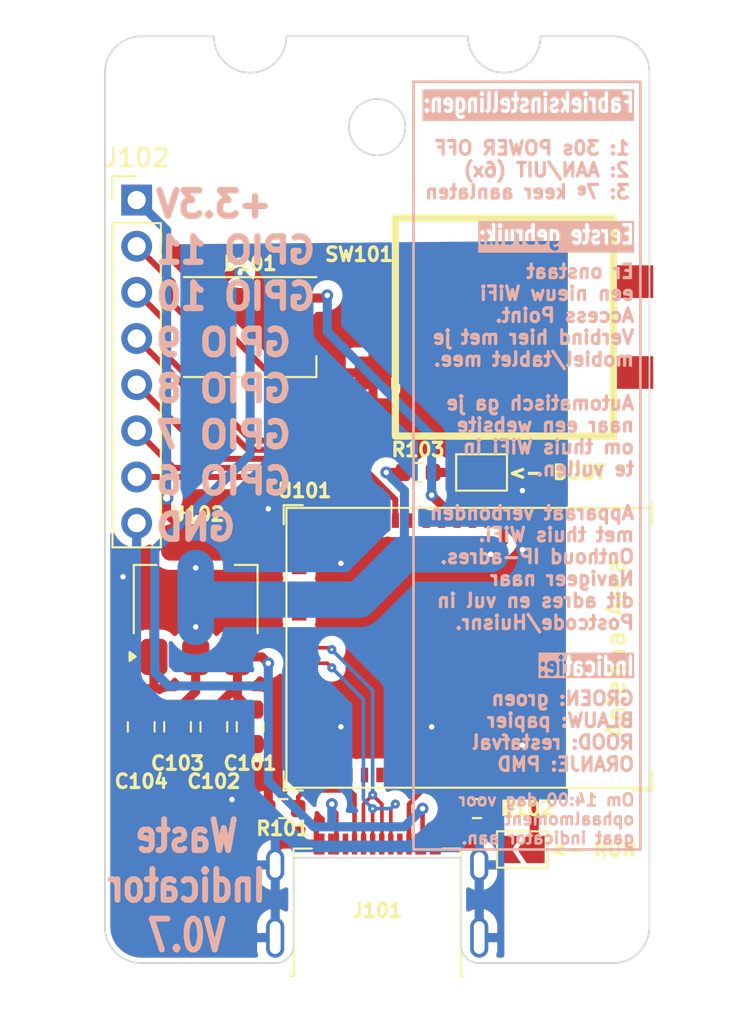
<source format=kicad_pcb>
(kicad_pcb (version 20240108) (generator "pcbnew") (generator_version "8.0")
  (title_block (company "Noldus Information Technology bv"))
  (layers (0 "F.Cu" signal) (31 "B.Cu" signal) (34 "B.Paste" user) (35 "F.Paste" user) (36 "B.SilkS" user "B.Silkscreen") (37 "F.SilkS" user "F.Silkscreen") (38 "B.Mask" user) (39 "F.Mask" user) (44 "Edge.Cuts" user))
  (net 0 "")
  (net 1 "GND")
  (net 2 "D_{IN}")
  (net 4 "+5V")
  (net 5 "D-")
  (net 7 "D+")
  (net 8 "Net-(J101-CC2)")
  (net 10 "Net-(J101-CC1)")
  (net 11 "Net-(J102-Pin_6)")
  (net 15 "Net-(JP102-A)")
  (net 17 "Net-(J102-Pin_2)")
  (net 18 "Net-(J102-Pin_4)")
  (net 20 "Net-(J102-Pin_5)")
  (net 23 "Net-(J102-Pin_3)")
  (net 45 "+3.3V")
  (net 46 "BTN")
  (net 47 "Net-(JP101-A)")
  (net 49 "Net-(J102-Pin_7)")
  (footprint "Capacitor_SMD:C_0805_2012Metric" (layer "F.Cu") (at 102 87 -90)
    (property "Reference" "C104" (at 3 0 0) (layer "F.SilkS") (effects (font (size 0.75 0.75) (thickness 0.18))))
    (property "Value" "1uF")
    (fp_line (start -0.261252 0.735) (end 0.261252 0.735) (stroke (width 0.12)) (layer "F.SilkS"))
    (fp_line (start -0.261252 -0.735) (end 0.261252 -0.735) (stroke (width 0.12)) (layer "F.SilkS"))
    (pad "1" smd roundrect (at -0.95 0 270) (size 1 1.45) (layers "F.Cu" "F.Paste" "F.Mask") (net 45 "+3.3V"))
    (pad "2" smd roundrect (at 0.95 0 270) (size 1 1.45) (layers "F.Cu" "F.Paste" "F.Mask") (net 1 "GND"))
  )
  (footprint "Jumper:SolderJumper-2_P1.3mm_Open_TrianglePad1.0x1.5mm" (layer "F.Cu") (at 120.75 73 180)
    (property "Reference" "JP101" (hide yes))
    (property "Value" "SolderJumper_2_Open")
    (fp_line (start 1.4 1) (end -1.4 1) (stroke (width 0.12)) (layer "F.SilkS"))
    (fp_line (start 1.4 -1) (end 1.4 1) (stroke (width 0.12)) (layer "F.SilkS"))
    (fp_line (start -1.4 1) (end -1.4 -1) (stroke (width 0.12)) (layer "F.SilkS"))
    (fp_line (start -1.4 -1) (end 1.4 -1) (stroke (width 0.12)) (layer "F.SilkS"))
    (pad "1" smd custom (at -0.725 0 180) (size 0.3 0.3) (layers "F.Cu" "F.Mask") (net 47 "Net-(JP101-A)") (options (clearance outline) (anchor rect)) (primitives (gr_poly (pts (xy 1 0) (xy 0.5 0.75) (xy -0.5 0.75) (xy -0.5 -0.75) (xy 0.5 -0.75)) (width 0) (fill yes))))
    (pad "2" smd custom (at 0.725 0 180) (size 0.3 0.3) (layers "F.Cu" "F.Mask") (net 46 "BTN") (options (clearance outline) (anchor rect)) (primitives (gr_poly (pts (xy 0.5 0.75) (xy -0.65 0.75) (xy -0.15 0) (xy -0.65 -0.75) (xy 0.5 -0.75)) (width 0) (fill yes))))
  )
  (footprint "_projectlib:ESP32-S2-MINI-1" (layer "F.Cu") (at 117.7 82.65 -90)
    (property "Reference" "U101" (at -8.65 6.7 0) (layer "F.SilkS") (effects (font (size 0.75 0.75) (thickness 0.18))))
    (property "Value" "ESP32-S2-MINI-1")
    (fp_line (start -7.85 7.85) (end -7.85 6.8) (stroke (width 0.12)) (layer "F.SilkS"))
    (fp_line (start -6.8 7.85) (end -7.85 7.85) (stroke (width 0.12)) (layer "F.SilkS"))
    (fp_line (start 6.8 7.85) (end 7.85 7.85) (stroke (width 0.12)) (layer "F.SilkS"))
    (fp_line (start 7.85 7.85) (end 7.85 6.8) (stroke (width 0.12)) (layer "F.SilkS"))
    (fp_line (start -7.7 7.7) (end -7.7 -7.7) (stroke (width 0.12)) (layer "F.SilkS"))
    (fp_line (start 7.7 7.7) (end -7.7 7.7) (stroke (width 0.12)) (layer "F.SilkS"))
    (fp_line (start 7.7 -7.7) (end 7.7 7.7) (stroke (width 0.12)) (layer "F.SilkS"))
    (fp_line (start -7.7 -12.3) (end -7.7 -7.7) (stroke (width 0.12)) (layer "F.SilkS"))
    (fp_line (start -7.7 -12.3) (end 7.7 -12.3) (stroke (width 0.12)) (layer "F.SilkS"))
    (fp_line (start 7.7 -12.3) (end 7.7 -7.7) (stroke (width 0.12)) (layer "F.SilkS"))
    (fp_line (start -6.8 -12.45) (end -8 -12.45) (stroke (width 0.12)) (layer "F.SilkS"))
    (fp_line (start 6.8 -12.45) (end 7.85 -12.45) (stroke (width 0.12)) (layer "F.SilkS"))
    (fp_line (start 7.85 -12.45) (end 7.85 -11.4) (stroke (width 0.12)) (layer "F.SilkS"))
    (fp_text user "Antenna Area" (at 0 -10.45 90) (layer "F.SilkS"))
    (pad "1" smd rect (at -7 -5.95) (size 0.4 0.8) (layers "F.Cu" "F.Paste" "F.Mask") (net 1 "GND"))
    (pad "2" smd rect (at -7 -5.1) (size 0.4 0.8) (layers "F.Cu" "F.Paste" "F.Mask") (net 1 "GND"))
    (pad "3" smd rect (at -7 -4.25) (size 0.4 0.8) (layers "F.Cu" "F.Paste" "F.Mask") (net 45 "+3.3V"))
    (pad "4" smd rect (at -7 -3.4) (size 0.4 0.8) (layers "F.Cu" "F.Paste" "F.Mask") (net 47 "Net-(JP101-A)"))
    (pad "5" smd rect (at -7 -2.55) (size 0.4 0.8) (layers "F.Cu" "F.Paste" "F.Mask") (net 46 "BTN"))
    (pad "6" smd rect (at -7 -1.7) (size 0.4 0.8) (layers "F.Cu" "F.Paste" "F.Mask"))
    (pad "7" smd rect (at -7 -0.85) (size 0.4 0.8) (layers "F.Cu" "F.Paste" "F.Mask") (net 2 "D_{IN}"))
    (pad "8" smd rect (at -7 0) (size 0.4 0.8) (layers "F.Cu" "F.Paste" "F.Mask"))
    (pad "9" smd rect (at -7 0.85) (size 0.4 0.8) (layers "F.Cu" "F.Paste" "F.Mask"))
    (pad "10" smd rect (at -7 1.7) (size 0.4 0.8) (layers "F.Cu" "F.Paste" "F.Mask") (net 17 "Net-(J102-Pin_2)"))
    (pad "11" smd rect (at -7 2.55) (size 0.4 0.8) (layers "F.Cu" "F.Paste" "F.Mask") (net 23 "Net-(J102-Pin_3)"))
    (pad "12" smd rect (at -7 3.4) (size 0.4 0.8) (layers "F.Cu" "F.Paste" "F.Mask") (net 18 "Net-(J102-Pin_4)"))
    (pad "13" smd rect (at -7 4.25) (size 0.4 0.8) (layers "F.Cu" "F.Paste" "F.Mask") (net 20 "Net-(J102-Pin_5)"))
    (pad "14" smd rect (at -7 5.1) (size 0.4 0.8) (layers "F.Cu" "F.Paste" "F.Mask") (net 11 "Net-(J102-Pin_6)"))
    (pad "15" smd rect (at -7 5.95) (size 0.4 0.8) (layers "F.Cu" "F.Paste" "F.Mask") (net 49 "Net-(J102-Pin_7)"))
    (pad "16" smd rect (at -5.95 7 270) (size 0.4 0.8) (layers "F.Cu" "F.Paste" "F.Mask"))
    (pad "17" smd rect (at -5.1 7 270) (size 0.4 0.8) (layers "F.Cu" "F.Paste" "F.Mask"))
    (pad "18" smd rect (at -4.25 7 270) (size 0.4 0.8) (layers "F.Cu" "F.Paste" "F.Mask"))
    (pad "19" smd rect (at -3.4 7 270) (size 0.4 0.8) (layers "F.Cu" "F.Paste" "F.Mask"))
    (pad "20" smd rect (at -2.55 7 270) (size 0.4 0.8) (layers "F.Cu" "F.Paste" "F.Mask"))
    (pad "21" smd rect (at -1.7 7 270) (size 0.4 0.8) (layers "F.Cu" "F.Paste" "F.Mask"))
    (pad "22" smd rect (at -0.85 7 270) (size 0.4 0.8) (layers "F.Cu" "F.Paste" "F.Mask"))
    (pad "23" smd rect (at 0 7 270) (size 0.4 0.8) (layers "F.Cu" "F.Paste" "F.Mask") (net 5 "D-"))
    (pad "24" smd rect (at 0.85 7 270) (size 0.4 0.8) (layers "F.Cu" "F.Paste" "F.Mask") (net 7 "D+"))
    (pad "25" smd rect (at 1.7 7 270) (size 0.4 0.8) (layers "F.Cu" "F.Paste" "F.Mask"))
    (pad "26" smd rect (at 2.55 7 270) (size 0.4 0.8) (layers "F.Cu" "F.Paste" "F.Mask"))
    (pad "27" smd rect (at 3.4 7 270) (size 0.4 0.8) (layers "F.Cu" "F.Paste" "F.Mask"))
    (pad "28" smd rect (at 4.25 7 270) (size 0.4 0.8) (layers "F.Cu" "F.Paste" "F.Mask"))
    (pad "29" smd rect (at 5.1 7 270) (size 0.4 0.8) (layers "F.Cu" "F.Paste" "F.Mask"))
    (pad "30" smd rect (at 5.95 7 270) (size 0.4 0.8) (layers "F.Cu" "F.Paste" "F.Mask") (net 1 "GND"))
    (pad "31" smd rect (at 7 5.95) (size 0.4 0.8) (layers "F.Cu" "F.Paste" "F.Mask"))
    (pad "32" smd rect (at 7 5.1) (size 0.4 0.8) (layers "F.Cu" "F.Paste" "F.Mask"))
    (pad "33" smd rect (at 7 4.25) (size 0.4 0.8) (layers "F.Cu" "F.Paste" "F.Mask"))
    (pad "34" smd rect (at 7 3.4) (size 0.4 0.8) (layers "F.Cu" "F.Paste" "F.Mask"))
    (pad "35" smd rect (at 7 2.55) (size 0.4 0.8) (layers "F.Cu" "F.Paste" "F.Mask"))
    (pad "36" smd rect (at 7 1.7) (size 0.4 0.8) (layers "F.Cu" "F.Paste" "F.Mask"))
    (pad "37" smd rect (at 7 0.85) (size 0.4 0.8) (layers "F.Cu" "F.Paste" "F.Mask"))
    (pad "38" smd rect (at 7 0) (size 0.4 0.8) (layers "F.Cu" "F.Paste" "F.Mask"))
    (pad "39" smd rect (at 7 -0.85) (size 0.4 0.8) (layers "F.Cu" "F.Paste" "F.Mask"))
    (pad "40" smd rect (at 7 -1.7) (size 0.4 0.8) (layers "F.Cu" "F.Paste" "F.Mask"))
    (pad "41" smd rect (at 7 -2.55) (size 0.4 0.8) (layers "F.Cu" "F.Paste" "F.Mask"))
    (pad "42" smd rect (at 7 -3.4) (size 0.4 0.8) (layers "F.Cu" "F.Paste" "F.Mask") (net 1 "GND"))
    (pad "43" smd rect (at 7 -4.25) (size 0.4 0.8) (layers "F.Cu" "F.Paste" "F.Mask") (net 1 "GND"))
    (pad "44" smd rect (at 7 -5.1) (size 0.4 0.8) (layers "F.Cu" "F.Paste" "F.Mask"))
    (pad "45" smd rect (at 7 -5.95) (size 0.4 0.8) (layers "F.Cu" "F.Paste" "F.Mask") (net 15 "Net-(JP102-A)"))
    (pad "46" smd rect (at 5.95 -7 270) (size 0.4 0.8) (layers "F.Cu" "F.Paste" "F.Mask") (net 1 "GND"))
    (pad "47" smd rect (at 5.1 -7 270) (size 0.4 0.8) (layers "F.Cu" "F.Paste" "F.Mask") (net 1 "GND"))
    (pad "48" smd rect (at 4.25 -7 270) (size 0.4 0.8) (layers "F.Cu" "F.Paste" "F.Mask") (net 1 "GND"))
    (pad "49" smd rect (at 3.4 -7 270) (size 0.4 0.8) (layers "F.Cu" "F.Paste" "F.Mask") (net 1 "GND"))
    (pad "50" smd rect (at 2.55 -7 270) (size 0.4 0.8) (layers "F.Cu" "F.Paste" "F.Mask") (net 1 "GND"))
    (pad "51" smd rect (at 1.7 -7 270) (size 0.4 0.8) (layers "F.Cu" "F.Paste" "F.Mask") (net 1 "GND"))
    (pad "52" smd rect (at 0.85 -7 270) (size 0.4 0.8) (layers "F.Cu" "F.Paste" "F.Mask") (net 1 "GND"))
    (pad "53" smd rect (at 0 -7 270) (size 0.4 0.8) (layers "F.Cu" "F.Paste" "F.Mask") (net 1 "GND"))
    (pad "54" smd rect (at -0.85 -7 270) (size 0.4 0.8) (layers "F.Cu" "F.Paste" "F.Mask") (net 1 "GND"))
    (pad "55" smd rect (at -1.7 -7 270) (size 0.4 0.8) (layers "F.Cu" "F.Paste" "F.Mask") (net 1 "GND"))
    (pad "56" smd rect (at -2.55 -7 270) (size 0.4 0.8) (layers "F.Cu" "F.Paste" "F.Mask") (net 1 "GND"))
    (pad "57" smd rect (at -3.4 -7 270) (size 0.4 0.8) (layers "F.Cu" "F.Paste" "F.Mask") (net 1 "GND"))
    (pad "58" smd rect (at -4.25 -7 270) (size 0.4 0.8) (layers "F.Cu" "F.Paste" "F.Mask") (net 1 "GND"))
    (pad "59" smd rect (at -5.1 -7 270) (size 0.4 0.8) (layers "F.Cu" "F.Paste" "F.Mask") (net 1 "GND"))
    (pad "60" smd rect (at -5.95 -7 270) (size 0.4 0.8) (layers "F.Cu" "F.Paste" "F.Mask") (net 1 "GND"))
    (pad "61" smd custom (at -1.65 -1.65 270) (size 0.6 0.6) (layers "F.Cu" "F.Paste" "F.Mask") (net 1 "GND") (options (clearance outline) (anchor rect)) (primitives (gr_poly (pts (xy 0.6 0.6) (xy -0.6 0.6) (xy -0.6 0) (xy 0 -0.6) (xy 0.6 -0.6)) (width 0) (fill yes))))
    (pad "61" smd rect (at -1.65 0 270) (size 1.2 1.2) (layers "F.Cu" "F.Paste" "F.Mask") (net 1 "GND"))
    (pad "61" smd rect (at -1.65 1.65 270) (size 1.2 1.2) (layers "F.Cu" "F.Paste" "F.Mask") (net 1 "GND"))
    (pad "61" smd rect (at 0 -1.65 270) (size 1.2 1.2) (layers "F.Cu" "F.Paste" "F.Mask") (net 1 "GND"))
    (pad "61" smd rect (at 0 0 270) (size 1.2 1.2) (layers "F.Cu" "F.Paste" "F.Mask") (net 1 "GND"))
    (pad "61" smd rect (at 0 1.65 270) (size 1.2 1.2) (layers "F.Cu" "F.Paste" "F.Mask") (net 1 "GND"))
    (pad "61" smd rect (at 1.65 -1.65 270) (size 1.2 1.2) (layers "F.Cu" "F.Paste" "F.Mask") (net 1 "GND"))
    (pad "61" smd rect (at 1.65 0 270) (size 1.2 1.2) (layers "F.Cu" "F.Paste" "F.Mask") (net 1 "GND"))
    (pad "61" smd rect (at 1.65 1.65 270) (size 1.2 1.2) (layers "F.Cu" "F.Paste" "F.Mask") (net 1 "GND"))
    (pad "62" smd rect (at -7 -7 90) (size 0.8 0.8) (layers "F.Cu" "F.Paste" "F.Mask") (net 1 "GND"))
    (pad "63" smd rect (at -7 7 90) (size 0.8 0.8) (layers "F.Cu" "F.Paste" "F.Mask") (net 1 "GND"))
    (pad "64" smd rect (at 7 7 90) (size 0.8 0.8) (layers "F.Cu" "F.Paste" "F.Mask") (net 1 "GND"))
    (pad "65" smd rect (at 7 -7 90) (size 0.8 0.8) (layers "F.Cu" "F.Paste" "F.Mask") (net 1 "GND"))
    (zone (net 0) (net_name "") (layers "*.Cu") (name "antenna keepout") (connect_pads (clearance 0)) (min_thickness 0.254)
      (keepout (tracks not_allowed) (vias not_allowed) (pads not_allowed) (copperpour not_allowed) (footprints not_allowed))
      (fill (thermal_gap 0.508) (thermal_bridge_width 0.508))
      (polygon (pts (xy 125.4 90.35) (xy 125.4 74.95) (xy 130 74.95) (xy 130 90.35)))
    )
  )
  (footprint "Resistor_SMD:R_0603_1608Metric" (layer "F.Cu") (at 117.25 73)
    (property "Reference" "R103" (at 0 -1.25 0) (layer "F.SilkS") (effects (font (size 0.75 0.75) (thickness 0.18))))
    (property "Value" "5K1")
    (fp_line (start -0.237258 -0.5225) (end 0.237258 -0.5225) (stroke (width 0.12)) (layer "F.SilkS"))
    (fp_line (start -0.237258 0.5225) (end 0.237258 0.5225) (stroke (width 0.12)) (layer "F.SilkS"))
    (pad "1" smd roundrect (at -0.825 0) (size 0.8 0.95) (layers "F.Cu" "F.Paste" "F.Mask") (net 45 "+3.3V"))
    (pad "2" smd roundrect (at 0.825 0) (size 0.8 0.95) (layers "F.Cu" "F.Paste" "F.Mask") (net 46 "BTN"))
  )
  (footprint "Jumper:SolderJumper-2_P1.3mm_Open_TrianglePad1.0x1.5mm" (layer "F.Cu") (at 123 93.75 180)
    (property "Reference" "JP102" (hide yes))
    (property "Value" "SolderJumper_2_Open")
    (fp_line (start 1.4 1) (end -1.4 1) (stroke (width 0.12)) (layer "F.SilkS"))
    (fp_line (start 1.4 -1) (end 1.4 1) (stroke (width 0.12)) (layer "F.SilkS"))
    (fp_line (start -1.4 1) (end -1.4 -1) (stroke (width 0.12)) (layer "F.SilkS"))
    (fp_line (start -1.4 -1) (end 1.4 -1) (stroke (width 0.12)) (layer "F.SilkS"))
    (pad "1" smd custom (at -0.725 0 180) (size 0.3 0.3) (layers "F.Cu" "F.Mask") (net 15 "Net-(JP102-A)") (options (clearance outline) (anchor rect)) (primitives (gr_poly (pts (xy 1 0) (xy 0.5 0.75) (xy -0.5 0.75) (xy -0.5 -0.75) (xy 0.5 -0.75)) (width 0) (fill yes))))
    (pad "2" smd custom (at 0.725 0 180) (size 0.3 0.3) (layers "F.Cu" "F.Mask") (net 1 "GND") (options (clearance outline) (anchor rect)) (primitives (gr_poly (pts (xy 0.5 0.75) (xy -0.65 0.75) (xy -0.15 0) (xy -0.65 -0.75) (xy 0.5 -0.75)) (width 0) (fill yes))))
  )
  (footprint "Capacitor_SMD:C_0805_2012Metric" (layer "F.Cu") (at 104 87 -90)
    (property "Reference" "C103" (at 2 0 0) (layer "F.SilkS") (effects (font (size 0.75 0.75) (thickness 0.18))))
    (property "Value" "1uF")
    (fp_line (start -0.261252 0.735) (end 0.261252 0.735) (stroke (width 0.12)) (layer "F.SilkS"))
    (fp_line (start -0.261252 -0.735) (end 0.261252 -0.735) (stroke (width 0.12)) (layer "F.SilkS"))
    (pad "1" smd roundrect (at -0.95 0 270) (size 1 1.45) (layers "F.Cu" "F.Paste" "F.Mask") (net 45 "+3.3V"))
    (pad "2" smd roundrect (at 0.95 0 270) (size 1 1.45) (layers "F.Cu" "F.Paste" "F.Mask") (net 1 "GND"))
  )
  (footprint "LED_SMD:LED_SK6812_PLCC4_5.0x5.0mm_P3.2mm" (layer "F.Cu") (at 108 65)
    (property "Reference" "D101" (at 0 -3.5 0) (layer "F.SilkS") (effects (font (size 0.75 0.75) (thickness 0.18))))
    (property "Value" "SK6812")
    (fp_line (start -3.65 -2.75) (end 3.65 -2.75) (stroke (width 0.12)) (layer "F.SilkS"))
    (fp_line (start -3.65 2.75) (end 3.65 2.75) (stroke (width 0.12)) (layer "F.SilkS"))
    (fp_line (start 3.65 2.75) (end 3.65 1.6) (stroke (width 0.12)) (layer "F.SilkS"))
    (pad "1" smd rect (at 2.45 1.6) (size 1.5 1) (layers "F.Cu" "F.Paste" "F.Mask") (net 1 "GND"))
    (pad "2" smd rect (at 2.45 -1.6) (size 1.5 1) (layers "F.Cu" "F.Paste" "F.Mask") (net 2 "D_{IN}"))
    (pad "3" smd rect (at -2.45 -1.6) (size 1.5 1) (layers "F.Cu" "F.Paste" "F.Mask") (net 4 "+5V"))
    (pad "4" smd rect (at -2.45 1.6) (size 1.5 1) (layers "F.Cu" "F.Paste" "F.Mask"))
  )
  (footprint "Capacitor_SMD:C_0805_2012Metric" (layer "F.Cu") (at 108 87 -90)
    (property "Reference" "C101" (at 2 0 0) (layer "F.SilkS") (effects (font (size 0.75 0.75) (thickness 0.18))))
    (property "Value" "1uF")
    (fp_line (start -0.261252 0.735) (end 0.261252 0.735) (stroke (width 0.12)) (layer "F.SilkS"))
    (fp_line (start -0.261252 -0.735) (end 0.261252 -0.735) (stroke (width 0.12)) (layer "F.SilkS"))
    (pad "1" smd roundrect (at -0.95 0 270) (size 1 1.45) (layers "F.Cu" "F.Paste" "F.Mask") (net 4 "+5V"))
    (pad "2" smd roundrect (at 0.95 0 270) (size 1 1.45) (layers "F.Cu" "F.Paste" "F.Mask") (net 1 "GND"))
  )
  (footprint "_projectlib:USB_C_Receptacle_USB4500-03-0-A" (layer "F.Cu") (at 115 97.6)
    (property "Reference" "J101" (at 0 -0.5 0) (layer "F.SilkS") (effects (font (size 0.75 0.75) (thickness 0.18))))
    (property "Value" "USB4500-03-0-A")
    (fp_line (start -4.6 3.1) (end -4.8 3.1) (stroke (width 0.12)) (layer "F.SilkS"))
    (fp_line (start -4.6 3.1) (end -4.6 -3.9) (stroke (width 0.12)) (layer "F.SilkS"))
    (fp_line (start -3.6 -3.9) (end -4.6 -3.9) (stroke (width 0.12)) (layer "F.SilkS"))
    (fp_line (start 4.6 -3.9) (end 3.6 -3.9) (stroke (width 0.12)) (layer "F.SilkS"))
    (fp_line (start 4.6 3.1) (end 4.6 -3.9) (stroke (width 0.12)) (layer "F.SilkS"))
    (fp_line (start 4.8 3.1) (end 4.6 3.1) (stroke (width 0.12)) (layer "F.SilkS"))
    (pad "A1" smd rect (at -3.35 -4.15) (size 0.3 1.15) (layers "F.Cu" "F.Paste" "F.Mask") (net 1 "GND"))
    (pad "A4" smd rect (at -2.55 -4.15) (size 0.3 1.15) (layers "F.Cu" "F.Paste" "F.Mask") (net 4 "+5V"))
    (pad "A5" smd rect (at -1.25 -4.15) (size 0.3 1.15) (layers "F.Cu" "F.Paste" "F.Mask") (net 10 "Net-(J101-CC1)"))
    (pad "A6" smd rect (at -0.25 -4.15) (size 0.3 1.15) (layers "F.Cu" "F.Paste" "F.Mask") (net 7 "D+"))
    (pad "A7" smd rect (at 0.25 -4.15) (size 0.3 1.15) (layers "F.Cu" "F.Paste" "F.Mask") (net 5 "D-"))
    (pad "A8" smd rect (at 1.25 -4.15) (size 0.3 1.15) (layers "F.Cu" "F.Paste" "F.Mask"))
    (pad "A9" smd rect (at 2.55 -4.15) (size 0.3 1.15) (layers "F.Cu" "F.Paste" "F.Mask") (net 4 "+5V"))
    (pad "A12" smd rect (at 3.35 -4.15) (size 0.3 1.15) (layers "F.Cu" "F.Paste" "F.Mask") (net 1 "GND"))
    (pad "B1" smd rect (at 3.05 -4.15) (size 0.3 1.15) (layers "F.Cu" "F.Paste" "F.Mask") (net 1 "GND"))
    (pad "B4" smd rect (at 2.25 -4.15) (size 0.3 1.15) (layers "F.Cu" "F.Paste" "F.Mask") (net 4 "+5V"))
    (pad "B5" smd rect (at 1.75 -4.15) (size 0.3 1.15) (layers "F.Cu" "F.Paste" "F.Mask") (net 8 "Net-(J101-CC2)"))
    (pad "B6" smd rect (at 0.75 -4.15) (size 0.3 1.15) (layers "F.Cu" "F.Paste" "F.Mask") (net 7 "D+"))
    (pad "B7" smd rect (at -0.75 -4.15) (size 0.3 1.15) (layers "F.Cu" "F.Paste" "F.Mask") (net 5 "D-"))
    (pad "B8" smd rect (at -1.75 -4.15) (size 0.3 1.15) (layers "F.Cu" "F.Paste" "F.Mask"))
    (pad "B9" smd rect (at -2.25 -4.15) (size 0.3 1.15) (layers "F.Cu" "F.Paste" "F.Mask") (net 4 "+5V"))
    (pad "B12" smd rect (at -3.05 -4.15) (size 0.3 1.15) (layers "F.Cu" "F.Paste" "F.Mask") (net 1 "GND"))
    (pad "S1" thru_hole oval (at -5.62 -3) (size 1 1.8) (drill oval 0.6 1.4) (layers "*.Cu" "*.Mask") (net 1 "GND"))
    (pad "S1" thru_hole oval (at -5.62 1) (size 1 2.2) (drill oval 0.6 1.8) (layers "*.Cu" "*.Mask") (net 1 "GND"))
    (pad "S1" thru_hole oval (at 5.62 -3) (size 1 1.8) (drill oval 0.6 1.4) (layers "*.Cu" "*.Mask") (net 1 "GND"))
    (pad "S1" thru_hole oval (at 5.62 1) (size 1 2.2) (drill oval 0.6 1.8) (layers "*.Cu" "*.Mask") (net 1 "GND"))
  )
  (footprint "Resistor_SMD:R_0603_1608Metric" (layer "F.Cu") (at 109.825 91.5 180)
    (property "Reference" "R101" (at 0.025 -1.1 0) (layer "F.SilkS") (effects (font (size 0.75 0.75) (thickness 0.18))))
    (property "Value" "5K1")
    (fp_line (start -0.237258 0.5225) (end 0.237258 0.5225) (stroke (width 0.12)) (layer "F.SilkS"))
    (fp_line (start -0.237258 -0.5225) (end 0.237258 -0.5225) (stroke (width 0.12)) (layer "F.SilkS"))
    (pad "1" smd roundrect (at -0.825 0 180) (size 0.8 0.95) (layers "F.Cu" "F.Paste" "F.Mask") (net 10 "Net-(J101-CC1)"))
    (pad "2" smd roundrect (at 0.825 0 180) (size 0.8 0.95) (layers "F.Cu" "F.Paste" "F.Mask") (net 1 "GND"))
  )
  (footprint "Capacitor_SMD:C_0805_2012Metric" (layer "F.Cu") (at 106 87 -90)
    (property "Reference" "C102" (at 3 0 0) (layer "F.SilkS") (effects (font (size 0.75 0.75) (thickness 0.18))))
    (property "Value" "1uF")
    (fp_line (start -0.261252 0.735) (end 0.261252 0.735) (stroke (width 0.12)) (layer "F.SilkS"))
    (fp_line (start -0.261252 -0.735) (end 0.261252 -0.735) (stroke (width 0.12)) (layer "F.SilkS"))
    (pad "1" smd roundrect (at -0.95 0 270) (size 1 1.45) (layers "F.Cu" "F.Paste" "F.Mask") (net 4 "+5V"))
    (pad "2" smd roundrect (at 0.95 0 270) (size 1 1.45) (layers "F.Cu" "F.Paste" "F.Mask") (net 1 "GND"))
  )
  (footprint "Resistor_SMD:R_0603_1608Metric" (layer "F.Cu") (at 120.5 91.5)
    (property "Reference" "R102" (at 2.75 0 0) (layer "F.SilkS") (effects (font (size 0.75 0.75) (thickness 0.18))))
    (property "Value" "5K1")
    (fp_line (start -0.237258 -0.5225) (end 0.237258 -0.5225) (stroke (width 0.12)) (layer "F.SilkS"))
    (fp_line (start -0.237258 0.5225) (end 0.237258 0.5225) (stroke (width 0.12)) (layer "F.SilkS"))
    (pad "1" smd roundrect (at -0.825 0) (size 0.8 0.95) (layers "F.Cu" "F.Paste" "F.Mask") (net 8 "Net-(J101-CC2)"))
    (pad "2" smd roundrect (at 0.825 0) (size 0.8 0.95) (layers "F.Cu" "F.Paste" "F.Mask") (net 1 "GND"))
  )
  (footprint "_projectlib:btn_momentary_430172085816" (layer "F.Cu") (at 122 65 180)
    (property "Reference" "SW101" (at 8 4 0) (layer "F.SilkS") (effects (font (size 0.75 0.75) (thickness 0.18))))
    (property "Value" "430172085816")
    (fp_rect (start -6 -6) (end 6 6) (stroke (width 0.4)) (fill none) (layer "F.SilkS"))
    (pad "1" smd rect (at -7.21 -2.5 180) (size 2 1.8) (layers "F.Cu" "F.Paste" "F.Mask"))
    (pad "2" smd rect (at 7.23 -2.52 180) (size 2 1.8) (layers "F.Cu" "F.Paste" "F.Mask") (net 1 "GND"))
    (pad "3" smd rect (at -7.21 2.5 180) (size 2 1.8) (layers "F.Cu" "F.Paste" "F.Mask"))
    (pad "4" smd rect (at 7.23 2.48 180) (size 2 1.8) (layers "F.Cu" "F.Paste" "F.Mask") (net 46 "BTN"))
  )
  (footprint "Connector_PinHeader_2.54mm:PinHeader_1x08_P2.54mm_Vertical" (layer "F.Cu") (at 101.75 58.01)
    (property "Reference" "J102" (at 0 -2.33 0) (layer "F.SilkS"))
    (property "Value" "Conn_01x08_Socket")
    (fp_line (start -1.33 -1.33) (end 0 -1.33) (stroke (width 0.12)) (layer "F.SilkS"))
    (fp_line (start -1.33 0) (end -1.33 -1.33) (stroke (width 0.12)) (layer "F.SilkS"))
    (fp_line (start -1.33 1.27) (end -1.33 19.11) (stroke (width 0.12)) (layer "F.SilkS"))
    (fp_line (start -1.33 1.27) (end 1.33 1.27) (stroke (width 0.12)) (layer "F.SilkS"))
    (fp_line (start -1.33 19.11) (end 1.33 19.11) (stroke (width 0.12)) (layer "F.SilkS"))
    (fp_line (start 1.33 1.27) (end 1.33 19.11) (stroke (width 0.12)) (layer "F.SilkS"))
    (pad "1" thru_hole rect (at 0 0) (size 1.7 1.7) (drill 1) (layers "*.Cu" "*.Mask") (net 45 "+3.3V"))
    (pad "2" thru_hole oval (at 0 2.54) (size 1.7 1.7) (drill 1) (layers "*.Cu" "*.Mask") (net 17 "Net-(J102-Pin_2)"))
    (pad "3" thru_hole oval (at 0 5.08) (size 1.7 1.7) (drill 1) (layers "*.Cu" "*.Mask") (net 23 "Net-(J102-Pin_3)"))
    (pad "4" thru_hole oval (at 0 7.62) (size 1.7 1.7) (drill 1) (layers "*.Cu" "*.Mask") (net 18 "Net-(J102-Pin_4)"))
    (pad "5" thru_hole oval (at 0 10.16) (size 1.7 1.7) (drill 1) (layers "*.Cu" "*.Mask") (net 20 "Net-(J102-Pin_5)"))
    (pad "6" thru_hole oval (at 0 12.7) (size 1.7 1.7) (drill 1) (layers "*.Cu" "*.Mask") (net 11 "Net-(J102-Pin_6)"))
    (pad "7" thru_hole oval (at 0 15.24) (size 1.7 1.7) (drill 1) (layers "*.Cu" "*.Mask") (net 49 "Net-(J102-Pin_7)"))
    (pad "8" thru_hole oval (at 0 17.78) (size 1.7 1.7) (drill 1) (layers "*.Cu" "*.Mask") (net 1 "GND"))
  )
  (footprint "Package_TO_SOT_SMD:SOT-223-3_TabPin2" (layer "F.Cu") (at 105 80 90)
    (property "Reference" "U102" (at 4.7 0.1 0) (layer "F.SilkS") (effects (font (size 0.75 0.75) (thickness 0.18))))
    (property "Value" "AMS1117-3.3")
    (fp_line (start 1.91 -3.41) (end 1.91 -2.15) (stroke (width 0.12)) (layer "F.SilkS"))
    (fp_line (start -1.85 -3.41) (end 1.91 -3.41) (stroke (width 0.12)) (layer "F.SilkS"))
    (fp_line (start 1.91 3.41) (end 1.91 2.15) (stroke (width 0.12)) (layer "F.SilkS"))
    (fp_line (start -1.85 3.41) (end 1.91 3.41) (stroke (width 0.12)) (layer "F.SilkS"))
    (fp_poly (pts (xy -3.13 -3.31) (xy -3.37 -3.64) (xy -2.89 -3.64) (xy -3.13 -3.31)) (stroke (width 0.12)) (fill solid) (layer "F.SilkS"))
    (pad "1" smd roundrect (at -3.15 -2.3 90) (size 2 1.5) (layers "F.Cu" "F.Paste" "F.Mask") (net 1 "GND"))
    (pad "2" smd roundrect (at -3.15 0 90) (size 2 1.5) (layers "F.Cu" "F.Paste" "F.Mask") (net 45 "+3.3V"))
    (pad "2" smd roundrect (at 3.15 0 90) (size 2 3.8) (layers "F.Cu" "F.Paste" "F.Mask") (net 45 "+3.3V"))
    (pad "3" smd roundrect (at -3.15 2.3 90) (size 2 1.5) (layers "F.Cu" "F.Paste" "F.Mask") (net 4 "+5V"))
  )
  (gr_rect (start 117 51.5) (end 129.5 93.75) (stroke (width 0.15)) (fill none) (layer "B.SilkS"))
  (gr_circle (center 115 54) (end 116.55 54) (stroke (width 0.1)) (fill none) (layer "Edge.Cuts"))
  (gr_line (start 110 49) (end 120 49) (stroke (width 0.1)) (layer "Edge.Cuts"))
  (gr_line (start 110.4 94.2) (end 119.6 94.2) (stroke (width 0.1)) (layer "Edge.Cuts"))
  (gr_line (start 110.4 99) (end 110.4 94.2) (stroke (width 0.1)) (layer "Edge.Cuts"))
  (gr_arc (start 120.6 100) (mid 119.892893 99.707107) (end 119.6 99) (stroke (width 0.1)) (layer "Edge.Cuts"))
  (gr_arc (start 124 49) (mid 122 51) (end 120 49) (stroke (width 0.1)) (layer "Edge.Cuts"))
  (gr_line (start 100 98) (end 100 51) (stroke (width 0.1)) (layer "Edge.Cuts"))
  (gr_line (start 109.4 100) (end 102 100) (stroke (width 0.1)) (layer "Edge.Cuts"))
  (gr_arc (start 128 49) (mid 129.414214 49.585786) (end 130 51) (stroke (width 0.1)) (layer "Edge.Cuts"))
  (gr_arc (start 102 100) (mid 100.585786 99.414214) (end 100 98) (stroke (width 0.1)) (layer "Edge.Cuts"))
  (gr_arc (start 110 49) (mid 108 51) (end 106 49) (stroke (width 0.1)) (layer "Edge.Cuts"))
  (gr_arc (start 100 51) (mid 100.585786 49.585786) (end 102 49) (stroke (width 0.1)) (layer "Edge.Cuts"))
  (gr_arc (start 130 98) (mid 129.414214 99.414214) (end 128 100) (stroke (width 0.1)) (layer "Edge.Cuts"))
  (gr_line (start 119.6 94.2) (end 119.6 99) (stroke (width 0.1)) (layer "Edge.Cuts"))
  (gr_line (start 124 49) (end 128 49) (stroke (width 0.1)) (layer "Edge.Cuts"))
  (gr_arc (start 110.4 99) (mid 110.107107 99.707107) (end 109.4 100) (stroke (width 0.1)) (layer "Edge.Cuts"))
  (gr_line (start 128 100) (end 120.6 100) (stroke (width 0.1)) (layer "Edge.Cuts"))
  (gr_line (start 102 49) (end 106 49) (stroke (width 0.1)) (layer "Edge.Cuts"))
  (gr_line (start 130 51) (end 130 98) (stroke (width 0.1)) (layer "Edge.Cuts"))
  (gr_text "Waste\nIndicator\nV0.7" (at 104.5 95.75 0) (layer "B.SilkS") (effects (font (size 1.7 1.3) (thickness 0.325) (bold yes)) (justify mirror)))
  (gr_text "GPIO 7" (at 102.63947 70.938111 0) (layer "B.SilkS") (effects (font (size 1.4 1.4) (thickness 0.35) (bold yes)) (justify right mirror)))
  (gr_text "Eerste gebruik: " (at 129.25 60.5 0) (layer "B.SilkS" knockout) (effects (font (size 1 0.75) (thickness 0.1875) (bold yes)) (justify left bottom mirror)))
  (gr_text "Er onstaat\neen nieuw WiFi\nAccess Point.\nVerbind hier met je\nmobiel/tablet mee.\n\nAutomatisch ga je\nnaar een website\nom thuis WiFi in\nte vullen.\n\nApparaat verbonden\nmet thuis WiFi.\nOnthoud IP-adres.\nNavigeer naar\ndit adres en vul in\nPostcode/Huisnr." (at 129.25 61.5 0) (layer "B.SilkS") (effects (font (size 0.75 0.75) (thickness 0.18) (bold yes)) (justify left top mirror)))
  (gr_text "Indicatie:" (at 129.25 84.25 0) (layer "B.SilkS" knockout) (effects (font (size 1 0.75) (thickness 0.1875) (bold yes)) (justify left bottom mirror)))
  (gr_text "GND" (at 102.63947 76.018111 0) (layer "B.SilkS") (effects (font (size 1.4 1.4) (thickness 0.35) (bold yes)) (justify right mirror)))
  (gr_text "GPIO 6" (at 102.63947 73.478111 0) (layer "B.SilkS") (effects (font (size 1.4 1.4) (thickness 0.35) (bold yes)) (justify right mirror)))
  (gr_text "Fabrieksinstellingen: " (at 129.25 53.25 0) (layer "B.SilkS" knockout) (effects (font (size 1 0.75) (thickness 0.1875) (bold yes)) (justify left bottom mirror)))
  (gr_text "GPIO 8" (at 102.63947 68.398111 0) (layer "B.SilkS") (effects (font (size 1.4 1.4) (thickness 0.35) (bold yes)) (justify right mirror)))
  (gr_text "1: 30s POWER OFF\n2: AAN/UIT (6x)\n3: 7^{e} keer aanlaten" (at 129 58 0) (layer "B.SilkS") (effects (font (size 0.75 0.75) (thickness 0.18) (bold yes)) (justify left bottom mirror)))
  (gr_text "Om 14:00 dag voor\nophaalmoment\ngaat indicator aan." (at 129.25 93.5 0) (layer "B.SilkS") (effects (font (size 0.65 0.65) (thickness 0.15) (bold yes)) (justify left bottom mirror)))
  (gr_text "+3.3V" (at 102.63947 58.238111 0) (layer "B.SilkS") (effects (font (size 1.4 1.4) (thickness 0.35) (bold yes)) (justify right mirror)))
  (gr_text "GPIO 11" (at 102.63947 60.778111 0) (layer "B.SilkS") (effects (font (size 1.4 1.4) (thickness 0.35) (bold yes)) (justify right mirror)))
  (gr_text "GPIO 10" (at 102.63947 63.318111 0) (layer "B.SilkS") (effects (font (size 1.4 1.4) (thickness 0.35) (bold yes)) (justify right mirror)))
  (gr_text "GROEN: groen\nBLAUW: papier\nROOD: restafval\nORANJE: PMD" (at 129.25 85 0) (layer "B.SilkS") (effects (font (size 0.75 0.75) (thickness 0.18) (bold yes)) (justify left top mirror)))
  (gr_text "GPIO 9" (at 102.63947 65.858111 0) (layer "B.SilkS") (effects (font (size 1.4 1.4) (thickness 0.35) (bold yes)) (justify right mirror)))
  (gr_text "<- BOOT" (at 122.15 73 0) (layer "F.SilkS") (effects (font (size 0.75 0.75) (thickness 0.18) (bold yes)) (justify left)))
  (gr_text "<- RUN" (at 124.4 93.75 0) (layer "F.SilkS") (effects (font (size 0.75 0.75) (thickness 0.18) (bold yes)) (justify left)))
  (segment (start 111.65 93.45) (end 109.672183 93.45) (width 0.5) (layer "F.Cu") (net 1))
  (segment (start 121.325 91.5) (end 121.325 89.875) (width 0.5) (layer "F.Cu") (net 1))
  (segment (start 109.672183 93.45) (end 109.38 93.742183) (width 0.5) (layer "F.Cu") (net 1))
  (segment (start 118.35 93.45) (end 120.327817 93.45) (width 0.5) (layer "F.Cu") (net 1))
  (segment (start 120.327817 93.45) (end 120.62 93.742183) (width 0.5) (layer "F.Cu") (net 1))
  (segment (start 121.325 89.875) (end 121.1 89.65) (width 0.5) (layer "F.Cu") (net 1))
  (segment (start 109.38 93.742183) (end 109.38 93.8) (width 0.5) (layer "F.Cu") (net 1))
  (segment (start 120.62 93.742183) (end 120.62 93.8) (width 0.5) (layer "F.Cu") (net 1))
  (via (at 123 74) (size 0.65) (drill 0.3) (layers "F.Cu" "B.Cu") (net 1))
  (via (at 123 77.25) (size 0.65) (drill 0.3) (layers "F.Cu" "B.Cu") (net 1))
  (via (at 101 78.74) (size 0.65) (drill 0.3) (layers "F.Cu" "B.Cu") (net 1))
  (via (at 123 88) (size 0.65) (drill 0.3) (layers "F.Cu" "B.Cu") (net 1))
  (via (at 118 87) (size 0.65) (drill 0.3) (layers "F.Cu" "B.Cu") (net 1))
  (via (at 113 78) (size 0.65) (drill 0.3) (layers "F.Cu" "B.Cu") (net 1))
  (via (at 107 91) (size 0.65) (drill 0.3) (layers "F.Cu" "B.Cu") (net 1))
  (via (at 109 75) (size 0.65) (drill 0.3) (layers "F.Cu" "B.Cu") (net 1))
  (via (at 113 87) (size 0.65) (drill 0.3) (layers "F.Cu" "B.Cu") (net 1))
  (segment (start 112.1 63.4) (end 112.25 63.25) (width 0.5) (layer "F.Cu") (net 2))
  (segment (start 118.55 74.8) (end 118.55 75.65) (width 0.5) (layer "F.Cu") (net 2))
  (segment (start 110.45 63.4) (end 112.1 63.4) (width 0.5) (layer "F.Cu") (net 2))
  (segment (start 118 74.25) (end 118.55 74.8) (width 0.5) (layer "F.Cu") (net 2))
  (via (at 118 74.25) (size 0.65) (drill 0.3) (layers "F.Cu" "B.Cu") (net 2))
  (via (at 112.25 63.25) (size 0.65) (drill 0.3) (layers "F.Cu" "B.Cu") (net 2))
  (segment (start 118 74.25) (end 118 71) (width 0.5) (layer "B.Cu") (net 2))
  (segment (start 112.25 65.25) (end 112.25 63.25) (width 0.5) (layer "B.Cu") (net 2))
  (segment (start 118 71) (end 112.25 65.25) (width 0.5) (layer "B.Cu") (net 2))
  (segment (start 107.3 83.15) (end 108.65 83.15) (width 0.5) (layer "F.Cu") (net 4))
  (segment (start 112.75 93.45) (end 112.75 91.75) (width 0.25) (layer "F.Cu") (net 4))
  (segment (start 107.3 84.75) (end 106 86.05) (width 0.5) (layer "F.Cu") (net 4))
  (segment (start 108.65 83.15) (end 109 83.5) (width 0.5) (layer "F.Cu") (net 4))
  (segment (start 107.3 85.35) (end 108 86.05) (width 0.5) (layer "F.Cu") (net 4))
  (segment (start 107.3 83.15) (end 107.3 84.75) (width 0.5) (layer "F.Cu") (net 4))
  (segment (start 117.5 93.4) (end 117.5 91.5) (width 0.25) (layer "F.Cu") (net 4))
  (segment (start 117.55 93.45) (end 117.5 93.4) (width 0.25) (layer "F.Cu") (net 4))
  (segment (start 112.75 91.75) (end 112.5 91.5) (width 0.25) (layer "F.Cu") (net 4))
  (segment (start 106.939756 62.010244) (end 105.55 63.4) (width 0.5) (layer "F.Cu") (net 4))
  (segment (start 112.45 93.45) (end 112.75 93.45) (width 0.25) (layer "F.Cu") (net 4))
  (segment (start 107.444419 62.010244) (end 106.939756 62.010244) (width 0.5) (layer "F.Cu") (net 4))
  (segment (start 112.5 91.5) (end 112.5 91.25) (width 0.25) (layer "F.Cu") (net 4))
  (segment (start 107.3 84.75) (end 107.3 85.35) (width 0.5) (layer "F.Cu") (net 4))
  (via (at 109 83.5) (size 0.65) (drill 0.3) (layers "F.Cu" "B.Cu") (net 4))
  (via (at 107.444419 62.010244) (size 0.65) (drill 0.3) (layers "F.Cu" "B.Cu") (net 4))
  (via (at 112.5 91.25) (size 0.65) (drill 0.3) (layers "F.Cu" "B.Cu") (net 4))
  (via (at 117.5 91.5) (size 0.65) (drill 0.3) (layers "F.Cu" "B.Cu") (net 4))
  (segment (start 103.5 84.75) (end 109 84.75) (width 0.5) (layer "B.Cu") (net 4))
  (segment (start 102.75 77.25) (end 102.75 84) (width 0.5) (layer "B.Cu") (net 4))
  (segment (start 112.5 92.5) (end 114.5 92.5) (width 0.5) (layer "B.Cu") (net 4))
  (segment (start 109 84.75) (end 109 90) (width 0.5) (layer "B.Cu") (net 4))
  (segment (start 109 90) (end 111.5 92.5) (width 0.5) (layer "B.Cu") (net 4))
  (segment (start 108 72) (end 102.75 77.25) (width 0.5) (layer "B.Cu") (net 4))
  (segment (start 102.75 84) (end 103.5 84.75) (width 0.5) (layer "B.Cu") (net 4))
  (segment (start 111.5 92.5) (end 114.5 92.5) (width 0.5) (layer "B.Cu") (net 4))
  (segment (start 112.5 91.25) (end 112.5 92.5) (width 0.5) (layer "B.Cu") (net 4))
  (segment (start 114.5 92.5) (end 116.5 92.5) (width 0.5) (layer "B.Cu") (net 4))
  (segment (start 107.444419 62.010244) (end 108 62.565825) (width 0.5) (layer "B.Cu") (net 4))
  (segment (start 109 83.5) (end 109 84.75) (width 0.5) (layer "B.Cu") (net 4))
  (segment (start 108 62.565825) (end 108 72) (width 0.5) (layer "B.Cu") (net 4))
  (segment (start 116.5 92.5) (end 117.5 91.5) (width 0.5) (layer "B.Cu") (net 4))
  (segment (start 114.24 91.26) (end 114.75 90.75) (width 0.2) (layer "F.Cu") (net 5))
  (segment (start 112.4 82.65) (end 112.5 82.75) (width 0.2) (layer "F.Cu") (net 5))
  (segment (start 114.25 93.45) (end 114.24 93.44) (width 0.2) (layer "F.Cu") (net 5))
  (segment (start 114.24 93.44) (end 114.24 91.26) (width 0.2) (layer "F.Cu") (net 5))
  (segment (start 115.26 91.26) (end 114.75 90.75) (width 0.2) (layer "F.Cu") (net 5))
  (segment (start 115.26 93.44) (end 115.26 91.26) (width 0.2) (layer "F.Cu") (net 5))
  (segment (start 115.25 93.45) (end 115.26 93.44) (width 0.2) (layer "F.Cu") (net 5))
  (segment (start 110.7 82.65) (end 112.4 82.65) (width 0.2) (layer "F.Cu") (net 5))
  (via (at 114.75 90.75) (size 0.5) (drill 0.15) (layers "F.Cu" "B.Cu") (net 5))
  (via (at 112.5 82.75) (size 0.5) (drill 0.15) (layers "F.Cu" "B.Cu") (net 5))
  (segment (start 114.75 85) (end 112.5 82.75) (width 0.2) (layer "B.Cu") (net 5))
  (segment (start 114.75 90.75) (end 114.75 85) (width 0.2) (layer "B.Cu") (net 5))
  (segment (start 112.25 83.5) (end 112.5 83.75) (width 0.2) (layer "F.Cu") (net 7))
  (segment (start 115.75 91.5) (end 116 91.25) (width 0.2) (layer "F.Cu") (net 7))
  (segment (start 114.75 93.45) (end 114.75 91.5) (width 0.2) (layer "F.Cu") (net 7))
  (segment (start 115.75 93.45) (end 115.75 91.5) (width 0.2) (layer "F.Cu") (net 7))
  (segment (start 110.7 83.5) (end 112.25 83.5) (width 0.2) (layer "F.Cu") (net 7))
  (via (at 114.75 91.5) (size 0.5) (drill 0.15) (layers "F.Cu" "B.Cu") (net 7))
  (via (at 112.5 83.75) (size 0.5) (drill 0.15) (layers "F.Cu" "B.Cu") (net 7))
  (via (at 116 91.25) (size 0.5) (drill 0.15) (layers "F.Cu" "B.Cu") (net 7))
  (segment (start 114.24 85.51) (end 114.24 90.99) (width 0.2) (layer "B.Cu") (net 7))
  (segment (start 114.24 90.99) (end 114.75 91.5) (width 0.2) (layer "B.Cu") (net 7))
  (segment (start 114.25 85.5) (end 114.24 85.51) (width 0.2) (layer "B.Cu") (net 7))
  (segment (start 114.75 91.5) (end 115.75 91.5) (width 0.2) (layer "B.Cu") (net 7))
  (segment (start 112.5 83.75) (end 114.25 85.5) (width 0.2) (layer "B.Cu") (net 7))
  (segment (start 115.75 91.5) (end 116 91.25) (width 0.2) (layer "B.Cu") (net 7))
  (segment (start 116.75 93.45) (end 116.75 91.25) (width 0.25) (layer "F.Cu") (net 8))
  (segment (start 119.335 90.335) (end 119.675 90.675) (width 0.25) (layer "F.Cu") (net 8))
  (segment (start 117.665 90.335) (end 119.335 90.335) (width 0.25) (layer "F.Cu") (net 8))
  (segment (start 119.675 90.675) (end 119.675 91.5) (width 0.25) (layer "F.Cu") (net 8))
  (segment (start 116.75 91.25) (end 117.665 90.335) (width 0.25) (layer "F.Cu") (net 8))
  (segment (start 110.65 90.85) (end 110.65 91.5) (width 0.25) (layer "F.Cu") (net 10))
  (segment (start 111 90.5) (end 110.65 90.85) (width 0.25) (layer "F.Cu") (net 10))
  (segment (start 113.75 90.75) (end 113.5 90.5) (width 0.25) (layer "F.Cu") (net 10))
  (segment (start 113.75 93.45) (end 113.75 90.75) (width 0.25) (layer "F.Cu") (net 10))
  (segment (start 113.5 90.5) (end 111 90.5) (width 0.25) (layer "F.Cu") (net 10))
  (segment (start 112.6 74.1) (end 111.25 72.75) (width 0.33) (layer "F.Cu") (net 11))
  (segment (start 112.6 75.65) (end 112.6 74.1) (width 0.33) (layer "F.Cu") (net 11))
  (segment (start 111.25 72.75) (end 103.79 72.75) (width 0.33) (layer "F.Cu") (net 11))
  (segment (start 103.79 72.75) (end 101.75 70.71) (width 0.33) (layer "F.Cu") (net 11))
  (segment (start 123.65 89.65) (end 123.65 93.675) (width 0.5) (layer "F.Cu") (net 15))
  (segment (start 123.65 93.675) (end 123.725 93.75) (width 0.5) (layer "F.Cu") (net 15))
  (segment (start 106.875 65.375) (end 105.375 65.375) (width 0.33) (layer "F.Cu") (net 17))
  (segment (start 105.375 65.375) (end 103.75 63.75) (width 0.33) (layer "F.Cu") (net 17))
  (segment (start 103.75 62.55) (end 101.75 60.55) (width 0.33) (layer "F.Cu") (net 17))
  (segment (start 116 74.5) (end 106.875 65.375) (width 0.33) (layer "F.Cu") (net 17))
  (segment (start 103.75 63.75) (end 103.75 62.55) (width 0.33) (layer "F.Cu") (net 17))
  (segment (start 116 75.65) (end 116 74.5) (width 0.33) (layer "F.Cu") (net 17))
  (segment (start 114.3 74.185928) (end 111.864072 71.75) (width 0.33) (layer "F.Cu") (net 18))
  (segment (start 111.864072 71.75) (end 107.87 71.75) (width 0.33) (layer "F.Cu") (net 18))
  (segment (start 107.87 71.75) (end 101.75 65.63) (width 0.33) (layer "F.Cu") (net 18))
  (segment (start 114.3 75.65) (end 114.3 74.185928) (width 0.33) (layer "F.Cu") (net 18))
  (segment (start 113.45 75.65) (end 113.45 74.2) (width 0.33) (layer "F.Cu") (net 20))
  (segment (start 113.45 74.2) (end 111.5 72.25) (width 0.33) (layer "F.Cu") (net 20))
  (segment (start 105.83 72.25) (end 101.75 68.17) (width 0.33) (layer "F.Cu") (net 20))
  (segment (start 111.5 72.25) (end 105.83 72.25) (width 0.33) (layer "F.Cu") (net 20))
  (segment (start 108.08 71.25) (end 103.25 66.42) (width 0.33) (layer "F.Cu") (net 23))
  (segment (start 115.15 74.342964) (end 112.057036 71.25) (width 0.33) (layer "F.Cu") (net 23))
  (segment (start 103.25 64.59) (end 101.75 63.09) (width 0.33) (layer "F.Cu") (net 23))
  (segment (start 103.25 66.42) (end 103.25 64.59) (width 0.33) (layer "F.Cu") (net 23))
  (segment (start 112.057036 71.25) (end 108.08 71.25) (width 0.33) (layer "F.Cu") (net 23))
  (segment (start 115.15 75.65) (end 115.15 74.342964) (width 0.33) (layer "F.Cu") (net 23))
  (segment (start 105 85.05) (end 104 86.05) (width 0.5) (layer "F.Cu") (net 45))
  (segment (start 103.4 75.25) (end 103.4 74.4) (width 0.5) (layer "F.Cu") (net 45))
  (segment (start 103.4 74.4) (end 103.4 74.5) (width 0.5) (layer "F.Cu") (net 45))
  (segment (start 105 83.15) (end 105 85.05) (width 0.5) (layer "F.Cu") (net 45))
  (segment (start 105 83.15) (end 105 81.5) (width 0.5) (layer "F.Cu") (net 45))
  (segment (start 105 76.85) (end 105 78.25) (width 0.5) (layer "F.Cu") (net 45))
  (segment (start 102 86.05) (end 104 86.05) (width 0.5) (layer "F.Cu") (net 45))
  (segment (start 121.95 75.65) (end 121.95 76.8) (width 0.5) (layer "F.Cu") (net 45))
  (segment (start 105 76.85) (end 103.4 75.25) (width 0.5) (layer "F.Cu") (net 45))
  (segment (start 121.95 76.8) (end 121.25 77.5) (width 0.5) (layer "F.Cu") (net 45))
  (segment (start 116.425 73) (end 115.5 73) (width 0.5) (layer "F.Cu") (net 45))
  (via (at 105 78.25) (size 0.65) (drill 0.3) (layers "F.Cu" "B.Cu") (net 45))
  (via (at 105 81.5) (size 0.65) (drill 0.3) (layers "F.Cu" "B.Cu") (net 45))
  (via (at 115.5 73) (size 0.65) (drill 0.3) (layers "F.Cu" "B.Cu") (net 45))
  (via (at 121.25 77.5) (size 0.65) (drill 0.3) (layers "F.Cu" "B.Cu") (net 45))
  (via (at 103.4 74.4) (size 0.75) (drill 0.4) (layers "F.Cu" "B.Cu") (net 45))
  (segment (start 116.5 77.5) (end 114 80) (width 2) (layer "B.Cu") (net 45))
  (segment (start 105 80) (end 105 81.5) (width 2) (layer "B.Cu") (net 45))
  (segment (start 115.5 73) (end 116.5 74) (width 0.5) (layer "B.Cu") (net 45))
  (segment (start 105 80) (end 105 78.25) (width 2) (layer "B.Cu") (net 45))
  (segment (start 121.25 77.5) (end 116.5 77.5) (width 2) (layer "B.Cu") (net 45))
  (segment (start 114 80) (end 105 80) (width 2) (layer "B.Cu") (net 45))
  (segment (start 116.5 74) (end 116.5 77.5) (width 0.5) (layer "B.Cu") (net 45))
  (segment (start 103.4 59.66) (end 101.75 58.01) (width 0.5) (layer "B.Cu") (net 45))
  (segment (start 103.4 74.4) (end 103.4 59.66) (width 0.5) (layer "B.Cu") (net 45))
  (segment (start 117.02 62.52) (end 120.025 65.525) (width 0.5) (layer "F.Cu") (net 46))
  (segment (start 120.25 75.65) (end 120.025 75.425) (width 0.5) (layer "F.Cu") (net 46))
  (segment (start 120.025 65.525) (end 120.025 73) (width 0.5) (layer "F.Cu") (net 46))
  (segment (start 114.77 62.52) (end 117.02 62.52) (width 0.5) (layer "F.Cu") (net 46))
  (segment (start 118.075 73) (end 120.025 73) (width 0.5) (layer "F.Cu") (net 46))
  (segment (start 120.025 75.425) (end 120.025 73) (width 0.5) (layer "F.Cu") (net 46))
  (segment (start 121.475 74.025) (end 121.1 74.4) (width 0.5) (layer "F.Cu") (net 47))
  (segment (start 121.475 73) (end 121.475 74.025) (width 0.5) (layer "F.Cu") (net 47))
  (segment (start 121.1 74.4) (end 121.1 75.65) (width 0.5) (layer "F.Cu") (net 47))
  (segment (start 111 73.25) (end 101.75 73.25) (width 0.33) (layer "F.Cu") (net 49))
  (segment (start 111.75 75.65) (end 111.75 74) (width 0.33) (layer "F.Cu") (net 49))
  (segment (start 111.75 74) (end 111 73.25) (width 0.33) (layer "F.Cu") (net 49))
  (zone (net 1) (net_name "GND") (layer "F.Cu") (connect_pads (clearance 0.508)) (min_thickness 0.25) (fill yes (thermal_gap 0.5) (thermal_bridge_width 0.5))
    (polygon (pts (xy 100 100) (xy 135 100) (xy 135 47.5) (xy 100 47.5)))
  )
  (zone (net 0) (net_name "") (layers "F&B.Cu" "Edge.Cuts") (connect_pads (clearance 0)) (min_thickness 0.25)
    (keepout (tracks allowed) (vias not_allowed) (pads not_allowed) (copperpour not_allowed) (footprints allowed))
    (fill (thermal_gap 0.5) (thermal_bridge_width 0.5))
    (polygon (pts (xy 122 100) (xy 122 91) (xy 125.5 91) (xy 125.5 60.25) (xy 98 60.5) (xy 98 47) (xy 131 47) (xy 131 100)))
  )
  (zone (net 1) (net_name "GND") (layer "B.Cu") (connect_pads (clearance 0.508)) (min_thickness 0.25) (fill yes (thermal_gap 0.5) (thermal_bridge_width 0.5))
    (polygon (pts (xy 100 100) (xy 135 100) (xy 135 47.5) (xy 100 47.5)))
  )
)
</source>
